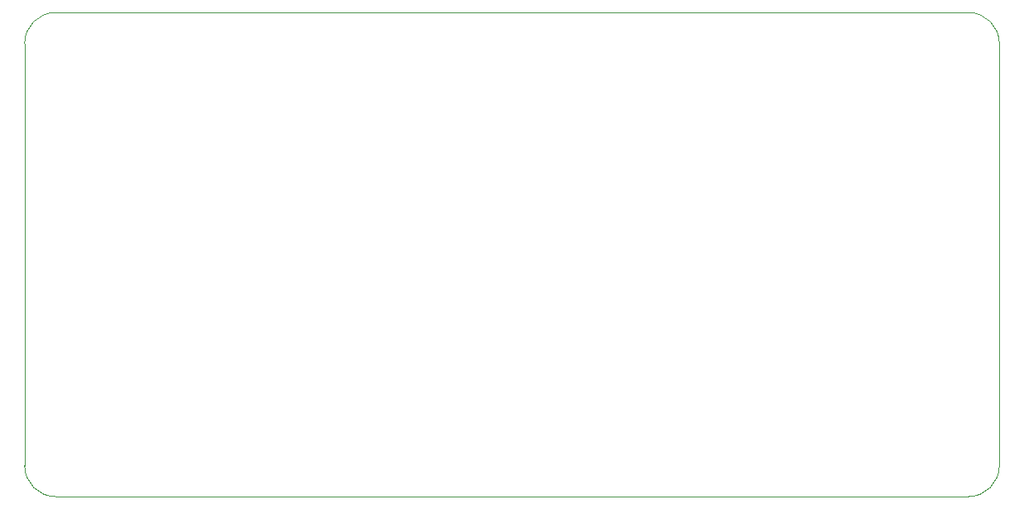
<source format=gbr>
%TF.GenerationSoftware,KiCad,Pcbnew,(5.1.10)-1*%
%TF.CreationDate,2021-09-24T06:20:55+01:00*%
%TF.ProjectId,EnergyMonitor,456e6572-6779-44d6-9f6e-69746f722e6b,v1.0*%
%TF.SameCoordinates,Original*%
%TF.FileFunction,Profile,NP*%
%FSLAX46Y46*%
G04 Gerber Fmt 4.6, Leading zero omitted, Abs format (unit mm)*
G04 Created by KiCad (PCBNEW (5.1.10)-1) date 2021-09-24 06:20:55*
%MOMM*%
%LPD*%
G01*
G04 APERTURE LIST*
%TA.AperFunction,Profile*%
%ADD10C,0.050000*%
%TD*%
G04 APERTURE END LIST*
D10*
X149860000Y-121920000D02*
X149860000Y-78740000D01*
X53340000Y-125095000D02*
X146685000Y-125095000D01*
X50165000Y-78740000D02*
X50165000Y-121920000D01*
X146685000Y-75565000D02*
X53340000Y-75565000D01*
X53340000Y-125095000D02*
G75*
G02*
X50165000Y-121920000I0J3175000D01*
G01*
X149860000Y-121920000D02*
G75*
G02*
X146685000Y-125095000I-3175000J0D01*
G01*
X146685000Y-75565000D02*
G75*
G02*
X149860000Y-78740000I0J-3175000D01*
G01*
X50165000Y-78740000D02*
G75*
G02*
X53340000Y-75565000I3175000J0D01*
G01*
M02*

</source>
